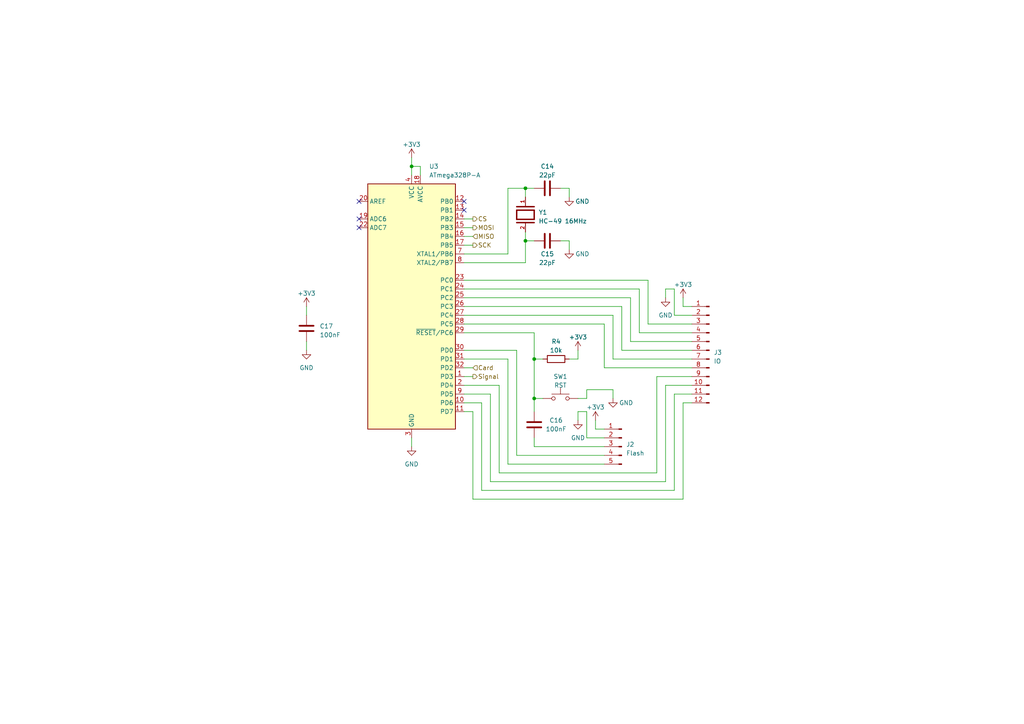
<source format=kicad_sch>
(kicad_sch (version 20230121) (generator eeschema)

  (uuid a492b331-7e87-4832-bedc-e99e1321a1ea)

  (paper "A4")

  (lib_symbols
    (symbol "Connector:Conn_01x05_Pin" (pin_names (offset 1.016) hide) (in_bom yes) (on_board yes)
      (property "Reference" "J" (at 0 7.62 0)
        (effects (font (size 1.27 1.27)))
      )
      (property "Value" "Conn_01x05_Pin" (at 0 -7.62 0)
        (effects (font (size 1.27 1.27)))
      )
      (property "Footprint" "" (at 0 0 0)
        (effects (font (size 1.27 1.27)) hide)
      )
      (property "Datasheet" "~" (at 0 0 0)
        (effects (font (size 1.27 1.27)) hide)
      )
      (property "ki_locked" "" (at 0 0 0)
        (effects (font (size 1.27 1.27)))
      )
      (property "ki_keywords" "connector" (at 0 0 0)
        (effects (font (size 1.27 1.27)) hide)
      )
      (property "ki_description" "Generic connector, single row, 01x05, script generated" (at 0 0 0)
        (effects (font (size 1.27 1.27)) hide)
      )
      (property "ki_fp_filters" "Connector*:*_1x??_*" (at 0 0 0)
        (effects (font (size 1.27 1.27)) hide)
      )
      (symbol "Conn_01x05_Pin_1_1"
        (polyline
          (pts
            (xy 1.27 -5.08)
            (xy 0.8636 -5.08)
          )
          (stroke (width 0.1524) (type default))
          (fill (type none))
        )
        (polyline
          (pts
            (xy 1.27 -2.54)
            (xy 0.8636 -2.54)
          )
          (stroke (width 0.1524) (type default))
          (fill (type none))
        )
        (polyline
          (pts
            (xy 1.27 0)
            (xy 0.8636 0)
          )
          (stroke (width 0.1524) (type default))
          (fill (type none))
        )
        (polyline
          (pts
            (xy 1.27 2.54)
            (xy 0.8636 2.54)
          )
          (stroke (width 0.1524) (type default))
          (fill (type none))
        )
        (polyline
          (pts
            (xy 1.27 5.08)
            (xy 0.8636 5.08)
          )
          (stroke (width 0.1524) (type default))
          (fill (type none))
        )
        (rectangle (start 0.8636 -4.953) (end 0 -5.207)
          (stroke (width 0.1524) (type default))
          (fill (type outline))
        )
        (rectangle (start 0.8636 -2.413) (end 0 -2.667)
          (stroke (width 0.1524) (type default))
          (fill (type outline))
        )
        (rectangle (start 0.8636 0.127) (end 0 -0.127)
          (stroke (width 0.1524) (type default))
          (fill (type outline))
        )
        (rectangle (start 0.8636 2.667) (end 0 2.413)
          (stroke (width 0.1524) (type default))
          (fill (type outline))
        )
        (rectangle (start 0.8636 5.207) (end 0 4.953)
          (stroke (width 0.1524) (type default))
          (fill (type outline))
        )
        (pin passive line (at 5.08 5.08 180) (length 3.81)
          (name "Pin_1" (effects (font (size 1.27 1.27))))
          (number "1" (effects (font (size 1.27 1.27))))
        )
        (pin passive line (at 5.08 2.54 180) (length 3.81)
          (name "Pin_2" (effects (font (size 1.27 1.27))))
          (number "2" (effects (font (size 1.27 1.27))))
        )
        (pin passive line (at 5.08 0 180) (length 3.81)
          (name "Pin_3" (effects (font (size 1.27 1.27))))
          (number "3" (effects (font (size 1.27 1.27))))
        )
        (pin passive line (at 5.08 -2.54 180) (length 3.81)
          (name "Pin_4" (effects (font (size 1.27 1.27))))
          (number "4" (effects (font (size 1.27 1.27))))
        )
        (pin passive line (at 5.08 -5.08 180) (length 3.81)
          (name "Pin_5" (effects (font (size 1.27 1.27))))
          (number "5" (effects (font (size 1.27 1.27))))
        )
      )
    )
    (symbol "Connector:Conn_01x12_Pin" (pin_names (offset 1.016) hide) (in_bom yes) (on_board yes)
      (property "Reference" "J" (at 0 15.24 0)
        (effects (font (size 1.27 1.27)))
      )
      (property "Value" "Conn_01x12_Pin" (at 0 -17.78 0)
        (effects (font (size 1.27 1.27)))
      )
      (property "Footprint" "" (at 0 0 0)
        (effects (font (size 1.27 1.27)) hide)
      )
      (property "Datasheet" "~" (at 0 0 0)
        (effects (font (size 1.27 1.27)) hide)
      )
      (property "ki_locked" "" (at 0 0 0)
        (effects (font (size 1.27 1.27)))
      )
      (property "ki_keywords" "connector" (at 0 0 0)
        (effects (font (size 1.27 1.27)) hide)
      )
      (property "ki_description" "Generic connector, single row, 01x12, script generated" (at 0 0 0)
        (effects (font (size 1.27 1.27)) hide)
      )
      (property "ki_fp_filters" "Connector*:*_1x??_*" (at 0 0 0)
        (effects (font (size 1.27 1.27)) hide)
      )
      (symbol "Conn_01x12_Pin_1_1"
        (polyline
          (pts
            (xy 1.27 -15.24)
            (xy 0.8636 -15.24)
          )
          (stroke (width 0.1524) (type default))
          (fill (type none))
        )
        (polyline
          (pts
            (xy 1.27 -12.7)
            (xy 0.8636 -12.7)
          )
          (stroke (width 0.1524) (type default))
          (fill (type none))
        )
        (polyline
          (pts
            (xy 1.27 -10.16)
            (xy 0.8636 -10.16)
          )
          (stroke (width 0.1524) (type default))
          (fill (type none))
        )
        (polyline
          (pts
            (xy 1.27 -7.62)
            (xy 0.8636 -7.62)
          )
          (stroke (width 0.1524) (type default))
          (fill (type none))
        )
        (polyline
          (pts
            (xy 1.27 -5.08)
            (xy 0.8636 -5.08)
          )
          (stroke (width 0.1524) (type default))
          (fill (type none))
        )
        (polyline
          (pts
            (xy 1.27 -2.54)
            (xy 0.8636 -2.54)
          )
          (stroke (width 0.1524) (type default))
          (fill (type none))
        )
        (polyline
          (pts
            (xy 1.27 0)
            (xy 0.8636 0)
          )
          (stroke (width 0.1524) (type default))
          (fill (type none))
        )
        (polyline
          (pts
            (xy 1.27 2.54)
            (xy 0.8636 2.54)
          )
          (stroke (width 0.1524) (type default))
          (fill (type none))
        )
        (polyline
          (pts
            (xy 1.27 5.08)
            (xy 0.8636 5.08)
          )
          (stroke (width 0.1524) (type default))
          (fill (type none))
        )
        (polyline
          (pts
            (xy 1.27 7.62)
            (xy 0.8636 7.62)
          )
          (stroke (width 0.1524) (type default))
          (fill (type none))
        )
        (polyline
          (pts
            (xy 1.27 10.16)
            (xy 0.8636 10.16)
          )
          (stroke (width 0.1524) (type default))
          (fill (type none))
        )
        (polyline
          (pts
            (xy 1.27 12.7)
            (xy 0.8636 12.7)
          )
          (stroke (width 0.1524) (type default))
          (fill (type none))
        )
        (rectangle (start 0.8636 -15.113) (end 0 -15.367)
          (stroke (width 0.1524) (type default))
          (fill (type outline))
        )
        (rectangle (start 0.8636 -12.573) (end 0 -12.827)
          (stroke (width 0.1524) (type default))
          (fill (type outline))
        )
        (rectangle (start 0.8636 -10.033) (end 0 -10.287)
          (stroke (width 0.1524) (type default))
          (fill (type outline))
        )
        (rectangle (start 0.8636 -7.493) (end 0 -7.747)
          (stroke (width 0.1524) (type default))
          (fill (type outline))
        )
        (rectangle (start 0.8636 -4.953) (end 0 -5.207)
          (stroke (width 0.1524) (type default))
          (fill (type outline))
        )
        (rectangle (start 0.8636 -2.413) (end 0 -2.667)
          (stroke (width 0.1524) (type default))
          (fill (type outline))
        )
        (rectangle (start 0.8636 0.127) (end 0 -0.127)
          (stroke (width 0.1524) (type default))
          (fill (type outline))
        )
        (rectangle (start 0.8636 2.667) (end 0 2.413)
          (stroke (width 0.1524) (type default))
          (fill (type outline))
        )
        (rectangle (start 0.8636 5.207) (end 0 4.953)
          (stroke (width 0.1524) (type default))
          (fill (type outline))
        )
        (rectangle (start 0.8636 7.747) (end 0 7.493)
          (stroke (width 0.1524) (type default))
          (fill (type outline))
        )
        (rectangle (start 0.8636 10.287) (end 0 10.033)
          (stroke (width 0.1524) (type default))
          (fill (type outline))
        )
        (rectangle (start 0.8636 12.827) (end 0 12.573)
          (stroke (width 0.1524) (type default))
          (fill (type outline))
        )
        (pin passive line (at 5.08 12.7 180) (length 3.81)
          (name "Pin_1" (effects (font (size 1.27 1.27))))
          (number "1" (effects (font (size 1.27 1.27))))
        )
        (pin passive line (at 5.08 -10.16 180) (length 3.81)
          (name "Pin_10" (effects (font (size 1.27 1.27))))
          (number "10" (effects (font (size 1.27 1.27))))
        )
        (pin passive line (at 5.08 -12.7 180) (length 3.81)
          (name "Pin_11" (effects (font (size 1.27 1.27))))
          (number "11" (effects (font (size 1.27 1.27))))
        )
        (pin passive line (at 5.08 -15.24 180) (length 3.81)
          (name "Pin_12" (effects (font (size 1.27 1.27))))
          (number "12" (effects (font (size 1.27 1.27))))
        )
        (pin passive line (at 5.08 10.16 180) (length 3.81)
          (name "Pin_2" (effects (font (size 1.27 1.27))))
          (number "2" (effects (font (size 1.27 1.27))))
        )
        (pin passive line (at 5.08 7.62 180) (length 3.81)
          (name "Pin_3" (effects (font (size 1.27 1.27))))
          (number "3" (effects (font (size 1.27 1.27))))
        )
        (pin passive line (at 5.08 5.08 180) (length 3.81)
          (name "Pin_4" (effects (font (size 1.27 1.27))))
          (number "4" (effects (font (size 1.27 1.27))))
        )
        (pin passive line (at 5.08 2.54 180) (length 3.81)
          (name "Pin_5" (effects (font (size 1.27 1.27))))
          (number "5" (effects (font (size 1.27 1.27))))
        )
        (pin passive line (at 5.08 0 180) (length 3.81)
          (name "Pin_6" (effects (font (size 1.27 1.27))))
          (number "6" (effects (font (size 1.27 1.27))))
        )
        (pin passive line (at 5.08 -2.54 180) (length 3.81)
          (name "Pin_7" (effects (font (size 1.27 1.27))))
          (number "7" (effects (font (size 1.27 1.27))))
        )
        (pin passive line (at 5.08 -5.08 180) (length 3.81)
          (name "Pin_8" (effects (font (size 1.27 1.27))))
          (number "8" (effects (font (size 1.27 1.27))))
        )
        (pin passive line (at 5.08 -7.62 180) (length 3.81)
          (name "Pin_9" (effects (font (size 1.27 1.27))))
          (number "9" (effects (font (size 1.27 1.27))))
        )
      )
    )
    (symbol "Device:C" (pin_numbers hide) (pin_names (offset 0.254)) (in_bom yes) (on_board yes)
      (property "Reference" "C" (at 0.635 2.54 0)
        (effects (font (size 1.27 1.27)) (justify left))
      )
      (property "Value" "C" (at 0.635 -2.54 0)
        (effects (font (size 1.27 1.27)) (justify left))
      )
      (property "Footprint" "" (at 0.9652 -3.81 0)
        (effects (font (size 1.27 1.27)) hide)
      )
      (property "Datasheet" "~" (at 0 0 0)
        (effects (font (size 1.27 1.27)) hide)
      )
      (property "ki_keywords" "cap capacitor" (at 0 0 0)
        (effects (font (size 1.27 1.27)) hide)
      )
      (property "ki_description" "Unpolarized capacitor" (at 0 0 0)
        (effects (font (size 1.27 1.27)) hide)
      )
      (property "ki_fp_filters" "C_*" (at 0 0 0)
        (effects (font (size 1.27 1.27)) hide)
      )
      (symbol "C_0_1"
        (polyline
          (pts
            (xy -2.032 -0.762)
            (xy 2.032 -0.762)
          )
          (stroke (width 0.508) (type default))
          (fill (type none))
        )
        (polyline
          (pts
            (xy -2.032 0.762)
            (xy 2.032 0.762)
          )
          (stroke (width 0.508) (type default))
          (fill (type none))
        )
      )
      (symbol "C_1_1"
        (pin passive line (at 0 3.81 270) (length 2.794)
          (name "~" (effects (font (size 1.27 1.27))))
          (number "1" (effects (font (size 1.27 1.27))))
        )
        (pin passive line (at 0 -3.81 90) (length 2.794)
          (name "~" (effects (font (size 1.27 1.27))))
          (number "2" (effects (font (size 1.27 1.27))))
        )
      )
    )
    (symbol "Device:R" (pin_numbers hide) (pin_names (offset 0)) (in_bom yes) (on_board yes)
      (property "Reference" "R" (at 2.032 0 90)
        (effects (font (size 1.27 1.27)))
      )
      (property "Value" "R" (at 0 0 90)
        (effects (font (size 1.27 1.27)))
      )
      (property "Footprint" "" (at -1.778 0 90)
        (effects (font (size 1.27 1.27)) hide)
      )
      (property "Datasheet" "~" (at 0 0 0)
        (effects (font (size 1.27 1.27)) hide)
      )
      (property "ki_keywords" "R res resistor" (at 0 0 0)
        (effects (font (size 1.27 1.27)) hide)
      )
      (property "ki_description" "Resistor" (at 0 0 0)
        (effects (font (size 1.27 1.27)) hide)
      )
      (property "ki_fp_filters" "R_*" (at 0 0 0)
        (effects (font (size 1.27 1.27)) hide)
      )
      (symbol "R_0_1"
        (rectangle (start -1.016 -2.54) (end 1.016 2.54)
          (stroke (width 0.254) (type default))
          (fill (type none))
        )
      )
      (symbol "R_1_1"
        (pin passive line (at 0 3.81 270) (length 1.27)
          (name "~" (effects (font (size 1.27 1.27))))
          (number "1" (effects (font (size 1.27 1.27))))
        )
        (pin passive line (at 0 -3.81 90) (length 1.27)
          (name "~" (effects (font (size 1.27 1.27))))
          (number "2" (effects (font (size 1.27 1.27))))
        )
      )
    )
    (symbol "HC-49_U-S16000000ABJB:HC-49_U-S16000000ABJB" (pin_names (offset 1.016)) (in_bom yes) (on_board yes)
      (property "Reference" "Y" (at -5.0804 5.0804 0)
        (effects (font (size 1.27 1.27)) (justify left bottom))
      )
      (property "Value" "HC-49_U-S16000000ABJB" (at -5.0991 -5.0991 0)
        (effects (font (size 1.27 1.27)) (justify left bottom))
      )
      (property "Footprint" "HC-49_U-S16000000ABJB:XTAL_HC49P488W43L1150T466H350" (at 0 0 0)
        (effects (font (size 1.27 1.27)) (justify bottom) hide)
      )
      (property "Datasheet" "" (at 0 0 0)
        (effects (font (size 1.27 1.27)) hide)
      )
      (property "MF" "Citizen Finedevice" (at 0 0 0)
        (effects (font (size 1.27 1.27)) (justify bottom) hide)
      )
      (property "Description" "\n16 MHz ±30ppm Crystal 18pF 50 Ohms HC-49/US\n" (at 0 0 0)
        (effects (font (size 1.27 1.27)) (justify bottom) hide)
      )
      (property "Package" "HC-49/US Citizen Finetech Miyota" (at 0 0 0)
        (effects (font (size 1.27 1.27)) (justify bottom) hide)
      )
      (property "Price" "None" (at 0 0 0)
        (effects (font (size 1.27 1.27)) (justify bottom) hide)
      )
      (property "Check_prices" "https://www.snapeda.com/parts/HC-49/U-S16000000ABJB/Citizen+Finedevice+Co+Ltd/view-part/?ref=eda" (at 0 0 0)
        (effects (font (size 1.27 1.27)) (justify bottom) hide)
      )
      (property "STANDARD" "IPC-7351B" (at 0 0 0)
        (effects (font (size 1.27 1.27)) (justify bottom) hide)
      )
      (property "PARTREV" "1.0" (at 0 0 0)
        (effects (font (size 1.27 1.27)) (justify bottom) hide)
      )
      (property "SnapEDA_Link" "https://www.snapeda.com/parts/HC-49/U-S16000000ABJB/Citizen+Finedevice+Co+Ltd/view-part/?ref=snap" (at 0 0 0)
        (effects (font (size 1.27 1.27)) (justify bottom) hide)
      )
      (property "MP" "HC-49/U-S16000000ABJB" (at 0 0 0)
        (effects (font (size 1.27 1.27)) (justify bottom) hide)
      )
      (property "Purchase-URL" "https://www.snapeda.com/api/url_track_click_mouser/?unipart_id=511501&manufacturer=Citizen Finedevice&part_name=HC-49/U-S16000000ABJB&search_term=None" (at 0 0 0)
        (effects (font (size 1.27 1.27)) (justify bottom) hide)
      )
      (property "Availability" "In Stock" (at 0 0 0)
        (effects (font (size 1.27 1.27)) (justify bottom) hide)
      )
      (property "MANUFACTURER" "CITIZEN" (at 0 0 0)
        (effects (font (size 1.27 1.27)) (justify bottom) hide)
      )
      (symbol "HC-49_U-S16000000ABJB_0_0"
        (polyline
          (pts
            (xy -2.286 2.54)
            (xy -2.286 -2.54)
          )
          (stroke (width 0.4064) (type default))
          (fill (type none))
        )
        (polyline
          (pts
            (xy -1.27 2.54)
            (xy -1.27 -2.54)
          )
          (stroke (width 0.4064) (type default))
          (fill (type none))
        )
        (polyline
          (pts
            (xy -1.27 2.54)
            (xy 1.397 2.54)
          )
          (stroke (width 0.4064) (type default))
          (fill (type none))
        )
        (polyline
          (pts
            (xy 1.397 -2.54)
            (xy -1.27 -2.54)
          )
          (stroke (width 0.4064) (type default))
          (fill (type none))
        )
        (polyline
          (pts
            (xy 1.397 2.54)
            (xy 1.397 -2.54)
          )
          (stroke (width 0.4064) (type default))
          (fill (type none))
        )
        (polyline
          (pts
            (xy 2.3368 2.54)
            (xy 2.3368 -2.54)
          )
          (stroke (width 0.4064) (type default))
          (fill (type none))
        )
        (pin passive line (at -5.08 0 0) (length 2.54)
          (name "~" (effects (font (size 1.016 1.016))))
          (number "1" (effects (font (size 1.016 1.016))))
        )
        (pin passive line (at 5.08 0 180) (length 2.54)
          (name "~" (effects (font (size 1.016 1.016))))
          (number "2" (effects (font (size 1.016 1.016))))
        )
      )
    )
    (symbol "MCU_Microchip_ATmega:ATmega328P-A" (in_bom yes) (on_board yes)
      (property "Reference" "U" (at -12.7 36.83 0)
        (effects (font (size 1.27 1.27)) (justify left bottom))
      )
      (property "Value" "ATmega328P-A" (at 2.54 -36.83 0)
        (effects (font (size 1.27 1.27)) (justify left top))
      )
      (property "Footprint" "Package_QFP:TQFP-32_7x7mm_P0.8mm" (at 0 0 0)
        (effects (font (size 1.27 1.27) italic) hide)
      )
      (property "Datasheet" "http://ww1.microchip.com/downloads/en/DeviceDoc/ATmega328_P%20AVR%20MCU%20with%20picoPower%20Technology%20Data%20Sheet%2040001984A.pdf" (at 0 0 0)
        (effects (font (size 1.27 1.27)) hide)
      )
      (property "ki_keywords" "AVR 8bit Microcontroller MegaAVR PicoPower" (at 0 0 0)
        (effects (font (size 1.27 1.27)) hide)
      )
      (property "ki_description" "20MHz, 32kB Flash, 2kB SRAM, 1kB EEPROM, TQFP-32" (at 0 0 0)
        (effects (font (size 1.27 1.27)) hide)
      )
      (property "ki_fp_filters" "TQFP*7x7mm*P0.8mm*" (at 0 0 0)
        (effects (font (size 1.27 1.27)) hide)
      )
      (symbol "ATmega328P-A_0_1"
        (rectangle (start -12.7 -35.56) (end 12.7 35.56)
          (stroke (width 0.254) (type default))
          (fill (type background))
        )
      )
      (symbol "ATmega328P-A_1_1"
        (pin bidirectional line (at 15.24 -20.32 180) (length 2.54)
          (name "PD3" (effects (font (size 1.27 1.27))))
          (number "1" (effects (font (size 1.27 1.27))))
        )
        (pin bidirectional line (at 15.24 -27.94 180) (length 2.54)
          (name "PD6" (effects (font (size 1.27 1.27))))
          (number "10" (effects (font (size 1.27 1.27))))
        )
        (pin bidirectional line (at 15.24 -30.48 180) (length 2.54)
          (name "PD7" (effects (font (size 1.27 1.27))))
          (number "11" (effects (font (size 1.27 1.27))))
        )
        (pin bidirectional line (at 15.24 30.48 180) (length 2.54)
          (name "PB0" (effects (font (size 1.27 1.27))))
          (number "12" (effects (font (size 1.27 1.27))))
        )
        (pin bidirectional line (at 15.24 27.94 180) (length 2.54)
          (name "PB1" (effects (font (size 1.27 1.27))))
          (number "13" (effects (font (size 1.27 1.27))))
        )
        (pin bidirectional line (at 15.24 25.4 180) (length 2.54)
          (name "PB2" (effects (font (size 1.27 1.27))))
          (number "14" (effects (font (size 1.27 1.27))))
        )
        (pin bidirectional line (at 15.24 22.86 180) (length 2.54)
          (name "PB3" (effects (font (size 1.27 1.27))))
          (number "15" (effects (font (size 1.27 1.27))))
        )
        (pin bidirectional line (at 15.24 20.32 180) (length 2.54)
          (name "PB4" (effects (font (size 1.27 1.27))))
          (number "16" (effects (font (size 1.27 1.27))))
        )
        (pin bidirectional line (at 15.24 17.78 180) (length 2.54)
          (name "PB5" (effects (font (size 1.27 1.27))))
          (number "17" (effects (font (size 1.27 1.27))))
        )
        (pin power_in line (at 2.54 38.1 270) (length 2.54)
          (name "AVCC" (effects (font (size 1.27 1.27))))
          (number "18" (effects (font (size 1.27 1.27))))
        )
        (pin input line (at -15.24 25.4 0) (length 2.54)
          (name "ADC6" (effects (font (size 1.27 1.27))))
          (number "19" (effects (font (size 1.27 1.27))))
        )
        (pin bidirectional line (at 15.24 -22.86 180) (length 2.54)
          (name "PD4" (effects (font (size 1.27 1.27))))
          (number "2" (effects (font (size 1.27 1.27))))
        )
        (pin passive line (at -15.24 30.48 0) (length 2.54)
          (name "AREF" (effects (font (size 1.27 1.27))))
          (number "20" (effects (font (size 1.27 1.27))))
        )
        (pin passive line (at 0 -38.1 90) (length 2.54) hide
          (name "GND" (effects (font (size 1.27 1.27))))
          (number "21" (effects (font (size 1.27 1.27))))
        )
        (pin input line (at -15.24 22.86 0) (length 2.54)
          (name "ADC7" (effects (font (size 1.27 1.27))))
          (number "22" (effects (font (size 1.27 1.27))))
        )
        (pin bidirectional line (at 15.24 7.62 180) (length 2.54)
          (name "PC0" (effects (font (size 1.27 1.27))))
          (number "23" (effects (font (size 1.27 1.27))))
        )
        (pin bidirectional line (at 15.24 5.08 180) (length 2.54)
          (name "PC1" (effects (font (size 1.27 1.27))))
          (number "24" (effects (font (size 1.27 1.27))))
        )
        (pin bidirectional line (at 15.24 2.54 180) (length 2.54)
          (name "PC2" (effects (font (size 1.27 1.27))))
          (number "25" (effects (font (size 1.27 1.27))))
        )
        (pin bidirectional line (at 15.24 0 180) (length 2.54)
          (name "PC3" (effects (font (size 1.27 1.27))))
          (number "26" (effects (font (size 1.27 1.27))))
        )
        (pin bidirectional line (at 15.24 -2.54 180) (length 2.54)
          (name "PC4" (effects (font (size 1.27 1.27))))
          (number "27" (effects (font (size 1.27 1.27))))
        )
        (pin bidirectional line (at 15.24 -5.08 180) (length 2.54)
          (name "PC5" (effects (font (size 1.27 1.27))))
          (number "28" (effects (font (size 1.27 1.27))))
        )
        (pin bidirectional line (at 15.24 -7.62 180) (length 2.54)
          (name "~{RESET}/PC6" (effects (font (size 1.27 1.27))))
          (number "29" (effects (font (size 1.27 1.27))))
        )
        (pin power_in line (at 0 -38.1 90) (length 2.54)
          (name "GND" (effects (font (size 1.27 1.27))))
          (number "3" (effects (font (size 1.27 1.27))))
        )
        (pin bidirectional line (at 15.24 -12.7 180) (length 2.54)
          (name "PD0" (effects (font (size 1.27 1.27))))
          (number "30" (effects (font (size 1.27 1.27))))
        )
        (pin bidirectional line (at 15.24 -15.24 180) (length 2.54)
          (name "PD1" (effects (font (size 1.27 1.27))))
          (number "31" (effects (font (size 1.27 1.27))))
        )
        (pin bidirectional line (at 15.24 -17.78 180) (length 2.54)
          (name "PD2" (effects (font (size 1.27 1.27))))
          (number "32" (effects (font (size 1.27 1.27))))
        )
        (pin power_in line (at 0 38.1 270) (length 2.54)
          (name "VCC" (effects (font (size 1.27 1.27))))
          (number "4" (effects (font (size 1.27 1.27))))
        )
        (pin passive line (at 0 -38.1 90) (length 2.54) hide
          (name "GND" (effects (font (size 1.27 1.27))))
          (number "5" (effects (font (size 1.27 1.27))))
        )
        (pin passive line (at 0 38.1 270) (length 2.54) hide
          (name "VCC" (effects (font (size 1.27 1.27))))
          (number "6" (effects (font (size 1.27 1.27))))
        )
        (pin bidirectional line (at 15.24 15.24 180) (length 2.54)
          (name "XTAL1/PB6" (effects (font (size 1.27 1.27))))
          (number "7" (effects (font (size 1.27 1.27))))
        )
        (pin bidirectional line (at 15.24 12.7 180) (length 2.54)
          (name "XTAL2/PB7" (effects (font (size 1.27 1.27))))
          (number "8" (effects (font (size 1.27 1.27))))
        )
        (pin bidirectional line (at 15.24 -25.4 180) (length 2.54)
          (name "PD5" (effects (font (size 1.27 1.27))))
          (number "9" (effects (font (size 1.27 1.27))))
        )
      )
    )
    (symbol "Switch:SW_Push" (pin_numbers hide) (pin_names (offset 1.016) hide) (in_bom yes) (on_board yes)
      (property "Reference" "SW" (at 1.27 2.54 0)
        (effects (font (size 1.27 1.27)) (justify left))
      )
      (property "Value" "SW_Push" (at 0 -1.524 0)
        (effects (font (size 1.27 1.27)))
      )
      (property "Footprint" "" (at 0 5.08 0)
        (effects (font (size 1.27 1.27)) hide)
      )
      (property "Datasheet" "~" (at 0 5.08 0)
        (effects (font (size 1.27 1.27)) hide)
      )
      (property "ki_keywords" "switch normally-open pushbutton push-button" (at 0 0 0)
        (effects (font (size 1.27 1.27)) hide)
      )
      (property "ki_description" "Push button switch, generic, two pins" (at 0 0 0)
        (effects (font (size 1.27 1.27)) hide)
      )
      (symbol "SW_Push_0_1"
        (circle (center -2.032 0) (radius 0.508)
          (stroke (width 0) (type default))
          (fill (type none))
        )
        (polyline
          (pts
            (xy 0 1.27)
            (xy 0 3.048)
          )
          (stroke (width 0) (type default))
          (fill (type none))
        )
        (polyline
          (pts
            (xy 2.54 1.27)
            (xy -2.54 1.27)
          )
          (stroke (width 0) (type default))
          (fill (type none))
        )
        (circle (center 2.032 0) (radius 0.508)
          (stroke (width 0) (type default))
          (fill (type none))
        )
        (pin passive line (at -5.08 0 0) (length 2.54)
          (name "1" (effects (font (size 1.27 1.27))))
          (number "1" (effects (font (size 1.27 1.27))))
        )
        (pin passive line (at 5.08 0 180) (length 2.54)
          (name "2" (effects (font (size 1.27 1.27))))
          (number "2" (effects (font (size 1.27 1.27))))
        )
      )
    )
    (symbol "power:+3V3" (power) (pin_names (offset 0)) (in_bom yes) (on_board yes)
      (property "Reference" "#PWR" (at 0 -3.81 0)
        (effects (font (size 1.27 1.27)) hide)
      )
      (property "Value" "+3V3" (at 0 3.556 0)
        (effects (font (size 1.27 1.27)))
      )
      (property "Footprint" "" (at 0 0 0)
        (effects (font (size 1.27 1.27)) hide)
      )
      (property "Datasheet" "" (at 0 0 0)
        (effects (font (size 1.27 1.27)) hide)
      )
      (property "ki_keywords" "global power" (at 0 0 0)
        (effects (font (size 1.27 1.27)) hide)
      )
      (property "ki_description" "Power symbol creates a global label with name \"+3V3\"" (at 0 0 0)
        (effects (font (size 1.27 1.27)) hide)
      )
      (symbol "+3V3_0_1"
        (polyline
          (pts
            (xy -0.762 1.27)
            (xy 0 2.54)
          )
          (stroke (width 0) (type default))
          (fill (type none))
        )
        (polyline
          (pts
            (xy 0 0)
            (xy 0 2.54)
          )
          (stroke (width 0) (type default))
          (fill (type none))
        )
        (polyline
          (pts
            (xy 0 2.54)
            (xy 0.762 1.27)
          )
          (stroke (width 0) (type default))
          (fill (type none))
        )
      )
      (symbol "+3V3_1_1"
        (pin power_in line (at 0 0 90) (length 0) hide
          (name "+3V3" (effects (font (size 1.27 1.27))))
          (number "1" (effects (font (size 1.27 1.27))))
        )
      )
    )
    (symbol "power:GND" (power) (pin_names (offset 0)) (in_bom yes) (on_board yes)
      (property "Reference" "#PWR" (at 0 -6.35 0)
        (effects (font (size 1.27 1.27)) hide)
      )
      (property "Value" "GND" (at 0 -3.81 0)
        (effects (font (size 1.27 1.27)))
      )
      (property "Footprint" "" (at 0 0 0)
        (effects (font (size 1.27 1.27)) hide)
      )
      (property "Datasheet" "" (at 0 0 0)
        (effects (font (size 1.27 1.27)) hide)
      )
      (property "ki_keywords" "global power" (at 0 0 0)
        (effects (font (size 1.27 1.27)) hide)
      )
      (property "ki_description" "Power symbol creates a global label with name \"GND\" , ground" (at 0 0 0)
        (effects (font (size 1.27 1.27)) hide)
      )
      (symbol "GND_0_1"
        (polyline
          (pts
            (xy 0 0)
            (xy 0 -1.27)
            (xy 1.27 -1.27)
            (xy 0 -2.54)
            (xy -1.27 -1.27)
            (xy 0 -1.27)
          )
          (stroke (width 0) (type default))
          (fill (type none))
        )
      )
      (symbol "GND_1_1"
        (pin power_in line (at 0 0 270) (length 0) hide
          (name "GND" (effects (font (size 1.27 1.27))))
          (number "1" (effects (font (size 1.27 1.27))))
        )
      )
    )
  )

  (junction (at 154.94 115.57) (diameter 0) (color 0 0 0 0)
    (uuid 1432edda-13b0-4c62-8400-28c612268895)
  )
  (junction (at 152.4 54.61) (diameter 0) (color 0 0 0 0)
    (uuid 21b699b2-5366-4d1a-91af-1ae7867f5887)
  )
  (junction (at 154.94 104.14) (diameter 0) (color 0 0 0 0)
    (uuid 59e510dc-65f9-41dd-a5d1-e63f00dc8f90)
  )
  (junction (at 152.4 69.85) (diameter 0) (color 0 0 0 0)
    (uuid 6f74f63c-fec1-40a7-bd6e-62fe10d1ad18)
  )
  (junction (at 119.38 48.26) (diameter 0) (color 0 0 0 0)
    (uuid f8e1063b-445d-4eac-87c3-e211c383a51a)
  )

  (no_connect (at 104.14 66.04) (uuid 08a1a95b-ba62-46f9-82bf-44817f8d5f4e))
  (no_connect (at 104.14 58.42) (uuid 2894b487-11fb-419f-babd-789adad7398b))
  (no_connect (at 104.14 63.5) (uuid 645b430f-a793-43d4-a72d-98e213cfe4f1))
  (no_connect (at 134.62 58.42) (uuid d707bdee-0621-4cf1-a67b-df80b978002b))
  (no_connect (at 134.62 60.96) (uuid e7731bc3-2e67-47af-9ae0-9f974931c7b7))

  (wire (pts (xy 177.8 91.44) (xy 177.8 104.14))
    (stroke (width 0) (type default))
    (uuid 00fc33f5-0272-481e-8bad-5af2a5acdfee)
  )
  (wire (pts (xy 142.24 114.3) (xy 142.24 139.7))
    (stroke (width 0) (type default))
    (uuid 04dca30a-177a-415c-ae24-a32018e0bb2b)
  )
  (wire (pts (xy 162.56 69.85) (xy 165.1 69.85))
    (stroke (width 0) (type default))
    (uuid 076ac8de-ff7e-4740-98bc-627a2d5e0fbf)
  )
  (wire (pts (xy 198.12 116.84) (xy 200.66 116.84))
    (stroke (width 0) (type default))
    (uuid 0a965d6e-17ca-41fe-a377-d9690c863389)
  )
  (wire (pts (xy 134.62 66.04) (xy 137.16 66.04))
    (stroke (width 0) (type default))
    (uuid 13255cf4-305b-4237-8b80-0bc66cbeac6a)
  )
  (wire (pts (xy 134.62 119.38) (xy 137.16 119.38))
    (stroke (width 0) (type default))
    (uuid 141f06df-f0ae-417c-8626-cc716fecb94f)
  )
  (wire (pts (xy 119.38 45.72) (xy 119.38 48.26))
    (stroke (width 0) (type default))
    (uuid 160782ee-a659-48fb-9fae-d6914dd6afd0)
  )
  (wire (pts (xy 167.64 121.92) (xy 167.64 119.38))
    (stroke (width 0) (type default))
    (uuid 1b509822-a7b6-4468-9f7f-3ead22f80f21)
  )
  (wire (pts (xy 175.26 93.98) (xy 134.62 93.98))
    (stroke (width 0) (type default))
    (uuid 1d6b47d9-a4f5-4316-a888-69d18aa04fb7)
  )
  (wire (pts (xy 193.04 111.76) (xy 200.66 111.76))
    (stroke (width 0) (type default))
    (uuid 22064602-e999-4940-9d36-8a301dd467be)
  )
  (wire (pts (xy 134.62 101.6) (xy 149.86 101.6))
    (stroke (width 0) (type default))
    (uuid 29adab5a-04df-498e-8c55-fe60372c1985)
  )
  (wire (pts (xy 170.18 113.03) (xy 170.18 115.57))
    (stroke (width 0) (type default))
    (uuid 2dae65f7-e98d-406a-9c4c-760a3801cd4f)
  )
  (wire (pts (xy 134.62 73.66) (xy 147.32 73.66))
    (stroke (width 0) (type default))
    (uuid 34ffd651-b7bb-4199-af6c-6070c8e0caef)
  )
  (wire (pts (xy 170.18 113.03) (xy 177.8 113.03))
    (stroke (width 0) (type default))
    (uuid 353f7685-c4a0-4936-9f88-982214424d52)
  )
  (wire (pts (xy 119.38 48.26) (xy 119.38 50.8))
    (stroke (width 0) (type default))
    (uuid 36b25bed-7045-4615-b4fd-6d193aa466c1)
  )
  (wire (pts (xy 121.92 50.8) (xy 121.92 48.26))
    (stroke (width 0) (type default))
    (uuid 36f011ab-a894-45e1-8c52-e31d76c454fb)
  )
  (wire (pts (xy 193.04 83.82) (xy 193.04 86.36))
    (stroke (width 0) (type default))
    (uuid 373d01f1-2699-49cf-a8d5-0c6be94fe893)
  )
  (wire (pts (xy 154.94 119.38) (xy 154.94 115.57))
    (stroke (width 0) (type default))
    (uuid 39145044-0529-4ba9-8360-cb7bead173ee)
  )
  (wire (pts (xy 144.78 137.16) (xy 190.5 137.16))
    (stroke (width 0) (type default))
    (uuid 3995911f-f2bf-4e28-a9da-1cb7347129e9)
  )
  (wire (pts (xy 198.12 86.36) (xy 198.12 88.9))
    (stroke (width 0) (type default))
    (uuid 3ea34571-b86c-490c-863b-680c1cce5b94)
  )
  (wire (pts (xy 180.34 88.9) (xy 134.62 88.9))
    (stroke (width 0) (type default))
    (uuid 4388c1e3-9d32-443c-9e33-a17fc667ac76)
  )
  (wire (pts (xy 182.88 86.36) (xy 182.88 99.06))
    (stroke (width 0) (type default))
    (uuid 4676529a-cdea-4cce-b2ae-7fae83260daf)
  )
  (wire (pts (xy 134.62 76.2) (xy 152.4 76.2))
    (stroke (width 0) (type default))
    (uuid 47c846ff-6387-4359-aaa2-5fd6ac6ee262)
  )
  (wire (pts (xy 185.42 96.52) (xy 185.42 83.82))
    (stroke (width 0) (type default))
    (uuid 48025911-e16f-4f73-9336-de3b14eb617e)
  )
  (wire (pts (xy 134.62 91.44) (xy 177.8 91.44))
    (stroke (width 0) (type default))
    (uuid 488462d1-8bd4-45d2-967d-c7781a9bd002)
  )
  (wire (pts (xy 152.4 69.85) (xy 152.4 76.2))
    (stroke (width 0) (type default))
    (uuid 4a77f610-3a9a-4e21-a8a1-0aad0660d856)
  )
  (wire (pts (xy 134.62 109.22) (xy 137.16 109.22))
    (stroke (width 0) (type default))
    (uuid 4e93ebc9-77f9-40e1-8bcb-4eff7b5dda01)
  )
  (wire (pts (xy 152.4 54.61) (xy 154.94 54.61))
    (stroke (width 0) (type default))
    (uuid 4ebb25a8-f335-49f3-843c-bd38840b6308)
  )
  (wire (pts (xy 137.16 144.78) (xy 198.12 144.78))
    (stroke (width 0) (type default))
    (uuid 50c4fc8a-d348-4749-b91b-7832a5371ece)
  )
  (wire (pts (xy 154.94 104.14) (xy 154.94 115.57))
    (stroke (width 0) (type default))
    (uuid 54d3712f-7699-4b12-8302-85f82c362ad7)
  )
  (wire (pts (xy 170.18 115.57) (xy 167.64 115.57))
    (stroke (width 0) (type default))
    (uuid 5af887f8-b2d1-4f53-81e0-07732daf0ea8)
  )
  (wire (pts (xy 187.96 93.98) (xy 200.66 93.98))
    (stroke (width 0) (type default))
    (uuid 5d59c5a6-5707-4ad4-b0d1-1100af2d7010)
  )
  (wire (pts (xy 154.94 104.14) (xy 157.48 104.14))
    (stroke (width 0) (type default))
    (uuid 5db608a0-cf48-43db-bc74-35d5b8131a2e)
  )
  (wire (pts (xy 154.94 104.14) (xy 154.94 96.52))
    (stroke (width 0) (type default))
    (uuid 5fc8a2ad-0efa-4b24-8442-9baf8f6c6676)
  )
  (wire (pts (xy 134.62 96.52) (xy 154.94 96.52))
    (stroke (width 0) (type default))
    (uuid 5fd310f0-d517-43c7-b652-504f8d7f7d3f)
  )
  (wire (pts (xy 152.4 54.61) (xy 152.4 57.15))
    (stroke (width 0) (type default))
    (uuid 6774d894-872c-4a0b-a4e3-2f28165d022d)
  )
  (wire (pts (xy 165.1 69.85) (xy 165.1 72.39))
    (stroke (width 0) (type default))
    (uuid 6852d99f-e65d-4fc5-bd80-63cfe00d3b32)
  )
  (wire (pts (xy 139.7 142.24) (xy 195.58 142.24))
    (stroke (width 0) (type default))
    (uuid 6a2d475a-21a6-4568-93c4-d188e2088b56)
  )
  (wire (pts (xy 187.96 81.28) (xy 187.96 93.98))
    (stroke (width 0) (type default))
    (uuid 6a692b21-863d-4918-9d83-97deae0e5907)
  )
  (wire (pts (xy 195.58 114.3) (xy 200.66 114.3))
    (stroke (width 0) (type default))
    (uuid 6aabfa03-171e-47db-9379-7e624b9402e5)
  )
  (wire (pts (xy 139.7 116.84) (xy 139.7 142.24))
    (stroke (width 0) (type default))
    (uuid 6db701c9-d677-4374-ab9a-78a69fe3db03)
  )
  (wire (pts (xy 147.32 134.62) (xy 175.26 134.62))
    (stroke (width 0) (type default))
    (uuid 6ef0dfa5-31b6-4a72-b788-6d60189f078c)
  )
  (wire (pts (xy 134.62 114.3) (xy 142.24 114.3))
    (stroke (width 0) (type default))
    (uuid 7181ab87-dac0-4569-9e1b-c3905fb610e1)
  )
  (wire (pts (xy 149.86 101.6) (xy 149.86 132.08))
    (stroke (width 0) (type default))
    (uuid 72760852-0512-4ac0-9977-128a92e1d3eb)
  )
  (wire (pts (xy 167.64 119.38) (xy 170.18 119.38))
    (stroke (width 0) (type default))
    (uuid 7648101f-c413-459c-bca1-076a9228f408)
  )
  (wire (pts (xy 190.5 137.16) (xy 190.5 109.22))
    (stroke (width 0) (type default))
    (uuid 76da03dc-3b75-44da-8f55-54abcb919573)
  )
  (wire (pts (xy 165.1 57.15) (xy 165.1 54.61))
    (stroke (width 0) (type default))
    (uuid 79537f30-8ac7-4ae2-aaaf-1cb4f9420242)
  )
  (wire (pts (xy 142.24 139.7) (xy 193.04 139.7))
    (stroke (width 0) (type default))
    (uuid 7de52fcd-0c7f-42d1-b6a6-d8a6c22b446f)
  )
  (wire (pts (xy 175.26 106.68) (xy 175.26 93.98))
    (stroke (width 0) (type default))
    (uuid 7e0cc8b8-7b93-44c2-bdc9-96e5b3922f0f)
  )
  (wire (pts (xy 190.5 109.22) (xy 200.66 109.22))
    (stroke (width 0) (type default))
    (uuid 7ec127ad-8cec-4b3e-abd4-f2d39645568e)
  )
  (wire (pts (xy 144.78 111.76) (xy 144.78 137.16))
    (stroke (width 0) (type default))
    (uuid 825bff15-ab8a-4808-9ecb-2f8bd6e5ebd6)
  )
  (wire (pts (xy 154.94 127) (xy 154.94 129.54))
    (stroke (width 0) (type default))
    (uuid 834f514e-6c02-4ad2-a1ef-650e46b01bc6)
  )
  (wire (pts (xy 134.62 116.84) (xy 139.7 116.84))
    (stroke (width 0) (type default))
    (uuid 850aeba1-a018-448c-8428-5ef535389e1a)
  )
  (wire (pts (xy 195.58 142.24) (xy 195.58 114.3))
    (stroke (width 0) (type default))
    (uuid 91ec1006-9963-473e-8298-234c5ccd4829)
  )
  (wire (pts (xy 200.66 96.52) (xy 185.42 96.52))
    (stroke (width 0) (type default))
    (uuid 9331a050-b3f6-4388-addd-eba5fde41530)
  )
  (wire (pts (xy 185.42 83.82) (xy 134.62 83.82))
    (stroke (width 0) (type default))
    (uuid 95266985-bc8b-4ed0-9413-11ceabec0c69)
  )
  (wire (pts (xy 170.18 127) (xy 175.26 127))
    (stroke (width 0) (type default))
    (uuid 959e8b26-f6ed-49d3-850a-672e27415aa4)
  )
  (wire (pts (xy 147.32 73.66) (xy 147.32 54.61))
    (stroke (width 0) (type default))
    (uuid 9827c22f-6fa3-43d6-91c7-6ccabc020a0c)
  )
  (wire (pts (xy 175.26 124.46) (xy 172.72 124.46))
    (stroke (width 0) (type default))
    (uuid 9c94f5c7-d12c-4a45-a7d3-bbcccbe162c4)
  )
  (wire (pts (xy 167.64 101.6) (xy 167.64 104.14))
    (stroke (width 0) (type default))
    (uuid 9fff79c6-f033-407a-9ee3-dd3b9bd09e1c)
  )
  (wire (pts (xy 152.4 69.85) (xy 154.94 69.85))
    (stroke (width 0) (type default))
    (uuid a28cf634-b786-46bf-94bb-cbdbfe55390b)
  )
  (wire (pts (xy 134.62 86.36) (xy 182.88 86.36))
    (stroke (width 0) (type default))
    (uuid a3d8673b-e892-4017-8265-015167fd7c25)
  )
  (wire (pts (xy 154.94 129.54) (xy 175.26 129.54))
    (stroke (width 0) (type default))
    (uuid a666f372-84ec-4ec9-b1df-77f361a0f8f7)
  )
  (wire (pts (xy 88.9 88.9) (xy 88.9 91.44))
    (stroke (width 0) (type default))
    (uuid a80a608f-4f20-4cb7-9a9b-fb84a081bb8b)
  )
  (wire (pts (xy 200.66 101.6) (xy 180.34 101.6))
    (stroke (width 0) (type default))
    (uuid a8285235-c9b9-4e59-b09d-3ae73ce5bc29)
  )
  (wire (pts (xy 147.32 104.14) (xy 147.32 134.62))
    (stroke (width 0) (type default))
    (uuid a8a5e741-a473-4cff-bd32-f89b600087da)
  )
  (wire (pts (xy 134.62 81.28) (xy 187.96 81.28))
    (stroke (width 0) (type default))
    (uuid af68fa7b-67d5-47fd-85f6-db5e54a4ea91)
  )
  (wire (pts (xy 134.62 71.12) (xy 137.16 71.12))
    (stroke (width 0) (type default))
    (uuid b157d8c7-1b76-477d-8abb-77f7ff2ff33b)
  )
  (wire (pts (xy 198.12 144.78) (xy 198.12 116.84))
    (stroke (width 0) (type default))
    (uuid b31d157a-2406-4837-b210-4cc58edf0247)
  )
  (wire (pts (xy 152.4 67.31) (xy 152.4 69.85))
    (stroke (width 0) (type default))
    (uuid b769a5a2-8f37-4787-8275-130063547eae)
  )
  (wire (pts (xy 167.64 104.14) (xy 165.1 104.14))
    (stroke (width 0) (type default))
    (uuid bd42d3ee-fad5-40f5-b4fd-5b4eca59ff93)
  )
  (wire (pts (xy 149.86 132.08) (xy 175.26 132.08))
    (stroke (width 0) (type default))
    (uuid c271dfed-086c-4a7e-b14e-c19c1fc7292d)
  )
  (wire (pts (xy 134.62 104.14) (xy 147.32 104.14))
    (stroke (width 0) (type default))
    (uuid c3782696-014e-46c5-9478-ce88c20e0181)
  )
  (wire (pts (xy 177.8 104.14) (xy 200.66 104.14))
    (stroke (width 0) (type default))
    (uuid c6666f4e-2a93-4e4a-98e5-a8f28697f59d)
  )
  (wire (pts (xy 137.16 119.38) (xy 137.16 144.78))
    (stroke (width 0) (type default))
    (uuid c71a929f-869a-43e3-a4ff-a438ebdd5aa2)
  )
  (wire (pts (xy 165.1 54.61) (xy 162.56 54.61))
    (stroke (width 0) (type default))
    (uuid cafadb9b-6955-4761-95a9-2d610868c63f)
  )
  (wire (pts (xy 134.62 63.5) (xy 137.16 63.5))
    (stroke (width 0) (type default))
    (uuid d26ac3d6-c697-4b1c-a95a-5e3de0e23816)
  )
  (wire (pts (xy 195.58 83.82) (xy 193.04 83.82))
    (stroke (width 0) (type default))
    (uuid d52ba0c0-6087-40be-9f1d-316b57d5a7e3)
  )
  (wire (pts (xy 182.88 99.06) (xy 200.66 99.06))
    (stroke (width 0) (type default))
    (uuid d71a0788-a86a-4ba5-9e3e-503a15c45427)
  )
  (wire (pts (xy 195.58 91.44) (xy 195.58 83.82))
    (stroke (width 0) (type default))
    (uuid da694cfc-276c-41da-aa03-b1644ee524dc)
  )
  (wire (pts (xy 172.72 124.46) (xy 172.72 121.92))
    (stroke (width 0) (type default))
    (uuid dac0f881-78e0-4f31-a5ac-73698cb9b32e)
  )
  (wire (pts (xy 134.62 106.68) (xy 137.16 106.68))
    (stroke (width 0) (type default))
    (uuid dfae4b7e-4184-43f1-a57a-aa2930564dad)
  )
  (wire (pts (xy 154.94 115.57) (xy 157.48 115.57))
    (stroke (width 0) (type default))
    (uuid e618992d-beb5-46c4-b982-ea510d1f312d)
  )
  (wire (pts (xy 180.34 101.6) (xy 180.34 88.9))
    (stroke (width 0) (type default))
    (uuid e69be219-4982-4fb0-b1d3-4bf97ea1088d)
  )
  (wire (pts (xy 121.92 48.26) (xy 119.38 48.26))
    (stroke (width 0) (type default))
    (uuid e73fbe68-1a0d-4275-ac16-646f22e3439a)
  )
  (wire (pts (xy 193.04 139.7) (xy 193.04 111.76))
    (stroke (width 0) (type default))
    (uuid e9382556-af22-40ca-9c4f-da217a9a6667)
  )
  (wire (pts (xy 177.8 115.57) (xy 177.8 113.03))
    (stroke (width 0) (type default))
    (uuid e9704ce5-9778-4503-9b03-ba1680b8fef2)
  )
  (wire (pts (xy 119.38 127) (xy 119.38 129.54))
    (stroke (width 0) (type default))
    (uuid ec22fcc0-c1f8-45e9-8296-6e2182852ed4)
  )
  (wire (pts (xy 200.66 106.68) (xy 175.26 106.68))
    (stroke (width 0) (type default))
    (uuid ec4ddebd-50b3-4111-8d66-8275981cf148)
  )
  (wire (pts (xy 147.32 54.61) (xy 152.4 54.61))
    (stroke (width 0) (type default))
    (uuid edea7c88-dc30-4cbb-94e7-d44ab85261c8)
  )
  (wire (pts (xy 200.66 91.44) (xy 195.58 91.44))
    (stroke (width 0) (type default))
    (uuid eed97f5f-b664-487d-8e23-9b16e35f51cd)
  )
  (wire (pts (xy 88.9 99.06) (xy 88.9 101.6))
    (stroke (width 0) (type default))
    (uuid f240ba06-613b-447b-8dbe-78469c92fe3d)
  )
  (wire (pts (xy 170.18 119.38) (xy 170.18 127))
    (stroke (width 0) (type default))
    (uuid f48e7d2f-0072-4104-931e-e8b794488ee1)
  )
  (wire (pts (xy 134.62 111.76) (xy 144.78 111.76))
    (stroke (width 0) (type default))
    (uuid f99cd601-ba16-4d15-9e70-c03ce86a35ba)
  )
  (wire (pts (xy 134.62 68.58) (xy 137.16 68.58))
    (stroke (width 0) (type default))
    (uuid fb1664b7-8c58-403a-b1e8-90270fd6c2e0)
  )
  (wire (pts (xy 198.12 88.9) (xy 200.66 88.9))
    (stroke (width 0) (type default))
    (uuid fca22695-2eff-4b03-aed5-4132a2cc0151)
  )

  (hierarchical_label "Card" (shape input) (at 137.16 106.68 0) (fields_autoplaced)
    (effects (font (size 1.27 1.27)) (justify left))
    (uuid 1dd46f05-890c-4ac0-aef2-7d8309d29cc9)
  )
  (hierarchical_label "MISO" (shape input) (at 137.16 68.58 0) (fields_autoplaced)
    (effects (font (size 1.27 1.27)) (justify left))
    (uuid 652f8440-5443-4b8b-a29f-13ed81cd7d76)
  )
  (hierarchical_label "Signal" (shape output) (at 137.16 109.22 0) (fields_autoplaced)
    (effects (font (size 1.27 1.27)) (justify left))
    (uuid 9f8a8414-c0c5-40a6-986f-f91edcad9e39)
  )
  (hierarchical_label "CS" (shape output) (at 137.16 63.5 0) (fields_autoplaced)
    (effects (font (size 1.27 1.27)) (justify left))
    (uuid bc9979b2-b7e2-48f1-9fda-2ff966c4428a)
  )
  (hierarchical_label "MOSI" (shape output) (at 137.16 66.04 0) (fields_autoplaced)
    (effects (font (size 1.27 1.27)) (justify left))
    (uuid d261dd60-296f-4713-8ab5-199fbc62cc94)
  )
  (hierarchical_label "SCK" (shape output) (at 137.16 71.12 0) (fields_autoplaced)
    (effects (font (size 1.27 1.27)) (justify left))
    (uuid fc243648-177e-4203-a274-787f3f29b36e)
  )

  (symbol (lib_id "HC-49_U-S16000000ABJB:HC-49_U-S16000000ABJB") (at 152.4 62.23 270) (unit 1)
    (in_bom yes) (on_board yes) (dnp no) (fields_autoplaced)
    (uuid 0256c5f9-deae-4097-957d-177cf32bb4b0)
    (property "Reference" "Y1" (at 156.21 61.595 90)
      (effects (font (size 1.27 1.27)) (justify left))
    )
    (property "Value" "HC-49 16MHz" (at 156.21 64.135 90)
      (effects (font (size 1.27 1.27)) (justify left))
    )
    (property "Footprint" "HC-49_U-S16000000ABJB:XTAL_HC49P488W43L1150T466H350" (at 152.4 62.23 0)
      (effects (font (size 1.27 1.27)) (justify bottom) hide)
    )
    (property "Datasheet" "" (at 152.4 62.23 0)
      (effects (font (size 1.27 1.27)) hide)
    )
    (property "MF" "Citizen Finedevice" (at 152.4 62.23 0)
      (effects (font (size 1.27 1.27)) (justify bottom) hide)
    )
    (property "Description" "\n16 MHz ±30ppm Crystal 18pF 50 Ohms HC-49/US\n" (at 152.4 62.23 0)
      (effects (font (size 1.27 1.27)) (justify bottom) hide)
    )
    (property "Package" "HC-49/US Citizen Finetech Miyota" (at 152.4 62.23 0)
      (effects (font (size 1.27 1.27)) (justify bottom) hide)
    )
    (property "Price" "None" (at 152.4 62.23 0)
      (effects (font (size 1.27 1.27)) (justify bottom) hide)
    )
    (property "Check_prices" "https://www.snapeda.com/parts/HC-49/U-S16000000ABJB/Citizen+Finedevice+Co+Ltd/view-part/?ref=eda" (at 152.4 62.23 0)
      (effects (font (size 1.27 1.27)) (justify bottom) hide)
    )
    (property "STANDARD" "IPC-7351B" (at 152.4 62.23 0)
      (effects (font (size 1.27 1.27)) (justify bottom) hide)
    )
    (property "PARTREV" "1.0" (at 152.4 62.23 0)
      (effects (font (size 1.27 1.27)) (justify bottom) hide)
    )
    (property "SnapEDA_Link" "https://www.snapeda.com/parts/HC-49/U-S16000000ABJB/Citizen+Finedevice+Co+Ltd/view-part/?ref=snap" (at 152.4 62.23 0)
      (effects (font (size 1.27 1.27)) (justify bottom) hide)
    )
    (property "MP" "HC-49/U-S16000000ABJB" (at 152.4 62.23 0)
      (effects (font (size 1.27 1.27)) (justify bottom) hide)
    )
    (property "Purchase-URL" "https://www.snapeda.com/api/url_track_click_mouser/?unipart_id=511501&manufacturer=Citizen Finedevice&part_name=HC-49/U-S16000000ABJB&search_term=None" (at 152.4 62.23 0)
      (effects (font (size 1.27 1.27)) (justify bottom) hide)
    )
    (property "Availability" "In Stock" (at 152.4 62.23 0)
      (effects (font (size 1.27 1.27)) (justify bottom) hide)
    )
    (property "MANUFACTURER" "CITIZEN" (at 152.4 62.23 0)
      (effects (font (size 1.27 1.27)) (justify bottom) hide)
    )
    (pin "1" (uuid 9e0fed13-d370-4716-846f-08182372001f))
    (pin "2" (uuid 8db4721c-a5f4-4934-830b-8e00ff65fdb6))
    (instances
      (project "uTesla"
        (path "/0cecab2b-a552-4f9c-b012-66fc2b7d8bdb/e06adc09-bf91-4da9-9692-74073479976c"
          (reference "Y1") (unit 1)
        )
      )
    )
  )

  (symbol (lib_id "power:GND") (at 165.1 57.15 0) (unit 1)
    (in_bom yes) (on_board yes) (dnp no)
    (uuid 1493b1b7-bdbe-457d-bf4a-8014e01e809c)
    (property "Reference" "#PWR020" (at 165.1 63.5 0)
      (effects (font (size 1.27 1.27)) hide)
    )
    (property "Value" "GND" (at 168.91 58.42 0)
      (effects (font (size 1.27 1.27)))
    )
    (property "Footprint" "" (at 165.1 57.15 0)
      (effects (font (size 1.27 1.27)) hide)
    )
    (property "Datasheet" "" (at 165.1 57.15 0)
      (effects (font (size 1.27 1.27)) hide)
    )
    (pin "1" (uuid a788444d-788f-4c6d-a1bd-c7bb1336b145))
    (instances
      (project "uTesla"
        (path "/0cecab2b-a552-4f9c-b012-66fc2b7d8bdb/e06adc09-bf91-4da9-9692-74073479976c"
          (reference "#PWR020") (unit 1)
        )
      )
    )
  )

  (symbol (lib_id "power:GND") (at 88.9 101.6 0) (unit 1)
    (in_bom yes) (on_board yes) (dnp no) (fields_autoplaced)
    (uuid 14e17031-ab78-41c4-acce-200c16626602)
    (property "Reference" "#PWR023" (at 88.9 107.95 0)
      (effects (font (size 1.27 1.27)) hide)
    )
    (property "Value" "GND" (at 88.9 106.68 0)
      (effects (font (size 1.27 1.27)))
    )
    (property "Footprint" "" (at 88.9 101.6 0)
      (effects (font (size 1.27 1.27)) hide)
    )
    (property "Datasheet" "" (at 88.9 101.6 0)
      (effects (font (size 1.27 1.27)) hide)
    )
    (pin "1" (uuid 872b9e63-61cd-4cc9-8f3b-260b1cddfb56))
    (instances
      (project "uTesla"
        (path "/0cecab2b-a552-4f9c-b012-66fc2b7d8bdb/e06adc09-bf91-4da9-9692-74073479976c"
          (reference "#PWR023") (unit 1)
        )
      )
    )
  )

  (symbol (lib_id "Connector:Conn_01x05_Pin") (at 180.34 129.54 0) (mirror y) (unit 1)
    (in_bom yes) (on_board yes) (dnp no) (fields_autoplaced)
    (uuid 21c337db-f7c6-44f1-bbe5-d6791d1d1469)
    (property "Reference" "J2" (at 181.61 128.905 0)
      (effects (font (size 1.27 1.27)) (justify right))
    )
    (property "Value" "Flash" (at 181.61 131.445 0)
      (effects (font (size 1.27 1.27)) (justify right))
    )
    (property "Footprint" "Connector_PinHeader_2.54mm:PinHeader_1x05_P2.54mm_Vertical" (at 180.34 129.54 0)
      (effects (font (size 1.27 1.27)) hide)
    )
    (property "Datasheet" "~" (at 180.34 129.54 0)
      (effects (font (size 1.27 1.27)) hide)
    )
    (pin "1" (uuid 69ba4a86-a2e8-4f15-8d4c-9db2330e9f93))
    (pin "2" (uuid 1af87fa3-5d5b-4f0f-ac68-0832d8749b2c))
    (pin "3" (uuid 5631e39e-19ca-42eb-87aa-9bee0ffe1af2))
    (pin "4" (uuid 1ec331b3-5007-4138-a9ba-11690587ff73))
    (pin "5" (uuid 89fc85e6-e400-4dde-97d4-6c27957e8888))
    (instances
      (project "uTesla"
        (path "/0cecab2b-a552-4f9c-b012-66fc2b7d8bdb/e06adc09-bf91-4da9-9692-74073479976c"
          (reference "J2") (unit 1)
        )
      )
    )
  )

  (symbol (lib_id "Connector:Conn_01x12_Pin") (at 205.74 101.6 0) (mirror y) (unit 1)
    (in_bom yes) (on_board yes) (dnp no) (fields_autoplaced)
    (uuid 26e5a8cc-909d-469e-b8a0-a82e9abc6d12)
    (property "Reference" "J3" (at 207.01 102.235 0)
      (effects (font (size 1.27 1.27)) (justify right))
    )
    (property "Value" "IO" (at 207.01 104.775 0)
      (effects (font (size 1.27 1.27)) (justify right))
    )
    (property "Footprint" "Connector_PinHeader_2.54mm:PinHeader_1x12_P2.54mm_Vertical" (at 205.74 101.6 0)
      (effects (font (size 1.27 1.27)) hide)
    )
    (property "Datasheet" "~" (at 205.74 101.6 0)
      (effects (font (size 1.27 1.27)) hide)
    )
    (pin "1" (uuid 80969e95-1a37-406d-903a-7837790299d7))
    (pin "10" (uuid 9b0a25bf-16ed-4f05-a7a0-2f8ff14df251))
    (pin "11" (uuid 47e3e35c-dff0-4f20-8171-b1c1eb23f9b4))
    (pin "12" (uuid 0a366f08-ceaf-4a8a-8a67-033ecff19646))
    (pin "2" (uuid 3cea53ee-55d6-4bdf-a9a2-4f288b96b36d))
    (pin "3" (uuid 3a0f05e5-43c3-4092-a39f-81f63af04578))
    (pin "4" (uuid f6c8b116-07c8-42b7-9f80-35f830de03c6))
    (pin "5" (uuid bbcc616e-575f-4944-9a9a-47bb2b05321c))
    (pin "6" (uuid b9ca9917-9b2d-48db-93ee-9675399dbb5c))
    (pin "7" (uuid ac034c76-4a82-49f0-a4df-6183c55d807b))
    (pin "8" (uuid e081b25f-c702-46cf-bb12-c3f8f16a64d4))
    (pin "9" (uuid 4667853f-ccbb-48b7-a19e-cc304dd29ff9))
    (instances
      (project "uTesla"
        (path "/0cecab2b-a552-4f9c-b012-66fc2b7d8bdb/e06adc09-bf91-4da9-9692-74073479976c"
          (reference "J3") (unit 1)
        )
      )
    )
  )

  (symbol (lib_id "Device:C") (at 158.75 69.85 90) (unit 1)
    (in_bom yes) (on_board yes) (dnp no)
    (uuid 281bcfb1-74c1-4cec-b18f-347a09f6f973)
    (property "Reference" "C15" (at 158.75 73.66 90)
      (effects (font (size 1.27 1.27)))
    )
    (property "Value" "22pF" (at 158.75 76.2 90)
      (effects (font (size 1.27 1.27)))
    )
    (property "Footprint" "Capacitor_SMD:C_0603_1608Metric" (at 162.56 68.8848 0)
      (effects (font (size 1.27 1.27)) hide)
    )
    (property "Datasheet" "~" (at 158.75 69.85 0)
      (effects (font (size 1.27 1.27)) hide)
    )
    (pin "1" (uuid d4694538-a004-409f-9623-07c4b7cfe667))
    (pin "2" (uuid 77beb71a-f3f2-43de-8cec-c5effd741790))
    (instances
      (project "uTesla"
        (path "/0cecab2b-a552-4f9c-b012-66fc2b7d8bdb/e06adc09-bf91-4da9-9692-74073479976c"
          (reference "C15") (unit 1)
        )
      )
    )
  )

  (symbol (lib_id "power:GND") (at 119.38 129.54 0) (unit 1)
    (in_bom yes) (on_board yes) (dnp no) (fields_autoplaced)
    (uuid 43372f0e-1510-4c2d-a806-69a8b7c0ac76)
    (property "Reference" "#PWR018" (at 119.38 135.89 0)
      (effects (font (size 1.27 1.27)) hide)
    )
    (property "Value" "GND" (at 119.38 134.62 0)
      (effects (font (size 1.27 1.27)))
    )
    (property "Footprint" "" (at 119.38 129.54 0)
      (effects (font (size 1.27 1.27)) hide)
    )
    (property "Datasheet" "" (at 119.38 129.54 0)
      (effects (font (size 1.27 1.27)) hide)
    )
    (pin "1" (uuid 36134ab0-9689-4324-8e1f-005528ce2175))
    (instances
      (project "uTesla"
        (path "/0cecab2b-a552-4f9c-b012-66fc2b7d8bdb/e06adc09-bf91-4da9-9692-74073479976c"
          (reference "#PWR018") (unit 1)
        )
      )
    )
  )

  (symbol (lib_id "power:GND") (at 165.1 72.39 0) (unit 1)
    (in_bom yes) (on_board yes) (dnp no)
    (uuid 45bfdd75-b629-424e-a766-ea14e860a7e5)
    (property "Reference" "#PWR019" (at 165.1 78.74 0)
      (effects (font (size 1.27 1.27)) hide)
    )
    (property "Value" "GND" (at 168.91 73.66 0)
      (effects (font (size 1.27 1.27)))
    )
    (property "Footprint" "" (at 165.1 72.39 0)
      (effects (font (size 1.27 1.27)) hide)
    )
    (property "Datasheet" "" (at 165.1 72.39 0)
      (effects (font (size 1.27 1.27)) hide)
    )
    (pin "1" (uuid b4262f8b-af16-49c5-879a-8b249e67888e))
    (instances
      (project "uTesla"
        (path "/0cecab2b-a552-4f9c-b012-66fc2b7d8bdb/e06adc09-bf91-4da9-9692-74073479976c"
          (reference "#PWR019") (unit 1)
        )
      )
    )
  )

  (symbol (lib_id "power:+3V3") (at 172.72 121.92 0) (unit 1)
    (in_bom yes) (on_board yes) (dnp no) (fields_autoplaced)
    (uuid 58eeabcd-cbb1-4189-819c-07fb47b04c72)
    (property "Reference" "#PWR026" (at 172.72 125.73 0)
      (effects (font (size 1.27 1.27)) hide)
    )
    (property "Value" "+3V3" (at 172.72 118.11 0)
      (effects (font (size 1.27 1.27)))
    )
    (property "Footprint" "" (at 172.72 121.92 0)
      (effects (font (size 1.27 1.27)) hide)
    )
    (property "Datasheet" "" (at 172.72 121.92 0)
      (effects (font (size 1.27 1.27)) hide)
    )
    (pin "1" (uuid 4666d2a9-c3e1-4e0b-a8e0-7c56d3fe3fbf))
    (instances
      (project "uTesla"
        (path "/0cecab2b-a552-4f9c-b012-66fc2b7d8bdb/e06adc09-bf91-4da9-9692-74073479976c"
          (reference "#PWR026") (unit 1)
        )
      )
    )
  )

  (symbol (lib_id "Device:C") (at 158.75 54.61 90) (unit 1)
    (in_bom yes) (on_board yes) (dnp no) (fields_autoplaced)
    (uuid 5e161da8-96da-4d10-afa0-f9ab0494acee)
    (property "Reference" "C14" (at 158.75 48.26 90)
      (effects (font (size 1.27 1.27)))
    )
    (property "Value" "22pF" (at 158.75 50.8 90)
      (effects (font (size 1.27 1.27)))
    )
    (property "Footprint" "Capacitor_SMD:C_0603_1608Metric" (at 162.56 53.6448 0)
      (effects (font (size 1.27 1.27)) hide)
    )
    (property "Datasheet" "~" (at 158.75 54.61 0)
      (effects (font (size 1.27 1.27)) hide)
    )
    (pin "1" (uuid 5de329d0-37f9-40a3-8de2-6c13f3d80080))
    (pin "2" (uuid ee0207c3-c889-4939-87b2-ef3dae31d7e1))
    (instances
      (project "uTesla"
        (path "/0cecab2b-a552-4f9c-b012-66fc2b7d8bdb/e06adc09-bf91-4da9-9692-74073479976c"
          (reference "C14") (unit 1)
        )
      )
    )
  )

  (symbol (lib_id "power:+3V3") (at 88.9 88.9 0) (unit 1)
    (in_bom yes) (on_board yes) (dnp no) (fields_autoplaced)
    (uuid 76740265-4b2d-42d7-afab-1aa21834d743)
    (property "Reference" "#PWR022" (at 88.9 92.71 0)
      (effects (font (size 1.27 1.27)) hide)
    )
    (property "Value" "+3V3" (at 88.9 85.09 0)
      (effects (font (size 1.27 1.27)))
    )
    (property "Footprint" "" (at 88.9 88.9 0)
      (effects (font (size 1.27 1.27)) hide)
    )
    (property "Datasheet" "" (at 88.9 88.9 0)
      (effects (font (size 1.27 1.27)) hide)
    )
    (pin "1" (uuid 1f4c18a5-804f-4d97-8231-a5b007a818eb))
    (instances
      (project "uTesla"
        (path "/0cecab2b-a552-4f9c-b012-66fc2b7d8bdb/e06adc09-bf91-4da9-9692-74073479976c"
          (reference "#PWR022") (unit 1)
        )
      )
    )
  )

  (symbol (lib_id "power:GND") (at 177.8 115.57 0) (unit 1)
    (in_bom yes) (on_board yes) (dnp no)
    (uuid 7b9f518f-63fc-4701-8121-e804b28b5a3a)
    (property "Reference" "#PWR025" (at 177.8 121.92 0)
      (effects (font (size 1.27 1.27)) hide)
    )
    (property "Value" "GND" (at 181.61 116.84 0)
      (effects (font (size 1.27 1.27)))
    )
    (property "Footprint" "" (at 177.8 115.57 0)
      (effects (font (size 1.27 1.27)) hide)
    )
    (property "Datasheet" "" (at 177.8 115.57 0)
      (effects (font (size 1.27 1.27)) hide)
    )
    (pin "1" (uuid a07f2ee7-f958-4bec-bfa0-659f2b60e975))
    (instances
      (project "uTesla"
        (path "/0cecab2b-a552-4f9c-b012-66fc2b7d8bdb/e06adc09-bf91-4da9-9692-74073479976c"
          (reference "#PWR025") (unit 1)
        )
      )
    )
  )

  (symbol (lib_id "Device:C") (at 154.94 123.19 180) (unit 1)
    (in_bom yes) (on_board yes) (dnp no)
    (uuid 89c54985-2b64-49af-a5ab-f0fd6cea9988)
    (property "Reference" "C16" (at 161.29 121.92 0)
      (effects (font (size 1.27 1.27)))
    )
    (property "Value" "100nF" (at 161.29 124.46 0)
      (effects (font (size 1.27 1.27)))
    )
    (property "Footprint" "Capacitor_SMD:C_0603_1608Metric" (at 153.9748 119.38 0)
      (effects (font (size 1.27 1.27)) hide)
    )
    (property "Datasheet" "~" (at 154.94 123.19 0)
      (effects (font (size 1.27 1.27)) hide)
    )
    (pin "1" (uuid 7be727c2-63b5-4f7f-8962-39e932127bdf))
    (pin "2" (uuid f2701939-24db-4af7-a096-b5b449d22d7c))
    (instances
      (project "uTesla"
        (path "/0cecab2b-a552-4f9c-b012-66fc2b7d8bdb/e06adc09-bf91-4da9-9692-74073479976c"
          (reference "C16") (unit 1)
        )
      )
    )
  )

  (symbol (lib_id "Device:R") (at 161.29 104.14 90) (unit 1)
    (in_bom yes) (on_board yes) (dnp no) (fields_autoplaced)
    (uuid 8c445c36-8fa6-483b-965d-0edd8bc06b6b)
    (property "Reference" "R4" (at 161.29 99.06 90)
      (effects (font (size 1.27 1.27)))
    )
    (property "Value" "10k" (at 161.29 101.6 90)
      (effects (font (size 1.27 1.27)))
    )
    (property "Footprint" "Resistor_SMD:R_0603_1608Metric" (at 161.29 105.918 90)
      (effects (font (size 1.27 1.27)) hide)
    )
    (property "Datasheet" "~" (at 161.29 104.14 0)
      (effects (font (size 1.27 1.27)) hide)
    )
    (pin "1" (uuid 6ab6a0f2-6b37-42d7-9bb3-f16ec6fc53ac))
    (pin "2" (uuid 79fced9c-2674-4281-b8ff-7cefd4728845))
    (instances
      (project "uTesla"
        (path "/0cecab2b-a552-4f9c-b012-66fc2b7d8bdb/e06adc09-bf91-4da9-9692-74073479976c"
          (reference "R4") (unit 1)
        )
      )
    )
  )

  (symbol (lib_id "power:+3V3") (at 198.12 86.36 0) (unit 1)
    (in_bom yes) (on_board yes) (dnp no) (fields_autoplaced)
    (uuid 9c14d65d-3723-4ef1-a032-e282e2437664)
    (property "Reference" "#PWR029" (at 198.12 90.17 0)
      (effects (font (size 1.27 1.27)) hide)
    )
    (property "Value" "+3V3" (at 198.12 82.55 0)
      (effects (font (size 1.27 1.27)))
    )
    (property "Footprint" "" (at 198.12 86.36 0)
      (effects (font (size 1.27 1.27)) hide)
    )
    (property "Datasheet" "" (at 198.12 86.36 0)
      (effects (font (size 1.27 1.27)) hide)
    )
    (pin "1" (uuid b5844742-ea46-4c42-a643-4640d6a9a067))
    (instances
      (project "uTesla"
        (path "/0cecab2b-a552-4f9c-b012-66fc2b7d8bdb/e06adc09-bf91-4da9-9692-74073479976c"
          (reference "#PWR029") (unit 1)
        )
      )
    )
  )

  (symbol (lib_id "power:GND") (at 193.04 86.36 0) (unit 1)
    (in_bom yes) (on_board yes) (dnp no) (fields_autoplaced)
    (uuid a488475a-cf44-4339-9728-bb4f22dbd606)
    (property "Reference" "#PWR028" (at 193.04 92.71 0)
      (effects (font (size 1.27 1.27)) hide)
    )
    (property "Value" "GND" (at 193.04 91.44 0)
      (effects (font (size 1.27 1.27)))
    )
    (property "Footprint" "" (at 193.04 86.36 0)
      (effects (font (size 1.27 1.27)) hide)
    )
    (property "Datasheet" "" (at 193.04 86.36 0)
      (effects (font (size 1.27 1.27)) hide)
    )
    (pin "1" (uuid ddd275ad-32af-49f4-bfb8-f23f51445f7e))
    (instances
      (project "uTesla"
        (path "/0cecab2b-a552-4f9c-b012-66fc2b7d8bdb/e06adc09-bf91-4da9-9692-74073479976c"
          (reference "#PWR028") (unit 1)
        )
      )
    )
  )

  (symbol (lib_id "MCU_Microchip_ATmega:ATmega328P-A") (at 119.38 88.9 0) (unit 1)
    (in_bom yes) (on_board yes) (dnp no)
    (uuid a49755eb-2aad-4db4-917c-9e8f1180c4fc)
    (property "Reference" "U3" (at 124.46 48.26 0)
      (effects (font (size 1.27 1.27)) (justify left))
    )
    (property "Value" "ATmega328P-A" (at 124.46 50.8 0)
      (effects (font (size 1.27 1.27)) (justify left))
    )
    (property "Footprint" "Package_QFP:TQFP-32_7x7mm_P0.8mm" (at 119.38 88.9 0)
      (effects (font (size 1.27 1.27) italic) hide)
    )
    (property "Datasheet" "http://ww1.microchip.com/downloads/en/DeviceDoc/ATmega328_P%20AVR%20MCU%20with%20picoPower%20Technology%20Data%20Sheet%2040001984A.pdf" (at 119.38 88.9 0)
      (effects (font (size 1.27 1.27)) hide)
    )
    (pin "1" (uuid 2cca6752-6d26-407c-842f-1fef33ffbba4))
    (pin "10" (uuid b172f735-69bc-413d-8a6e-36cd88e43c2c))
    (pin "11" (uuid db0dfc8d-59c4-4c01-929e-94d6a6fc1540))
    (pin "12" (uuid ebc9a454-7fa9-4b46-8ed1-927c659b4d39))
    (pin "13" (uuid 93ef5af9-44b5-4a17-8010-39556ced10d0))
    (pin "14" (uuid 273ce338-d6c9-4470-aecb-5765727aa742))
    (pin "15" (uuid 54286aa0-c49d-431d-8d29-9333dd61b4ff))
    (pin "16" (uuid 3d1ecc80-b1e5-486a-9c6d-6b0b042b9c18))
    (pin "17" (uuid d5c12470-0e51-4e9f-9c3e-cec3ceafefa5))
    (pin "18" (uuid c7019b6a-ea35-4c69-b22e-76071c1d8a34))
    (pin "19" (uuid fb119a90-211c-4568-afda-510a6ad4b320))
    (pin "2" (uuid 63fb3611-568b-4c97-ae60-d7625e0ff538))
    (pin "20" (uuid 660d82bf-8b75-4bbd-85eb-28de00126530))
    (pin "21" (uuid 88c83edd-0608-447d-976c-1956954b371a))
    (pin "22" (uuid 39c0bede-3cd5-4fbf-92ff-3f475dac4014))
    (pin "23" (uuid 26a48e48-e3d7-45f1-86e6-b2d798f7a98d))
    (pin "24" (uuid 766ce2ac-5151-4045-a0f2-86debbfa7865))
    (pin "25" (uuid 935235ad-111d-420b-b078-a9bb4f211760))
    (pin "26" (uuid 33aa4530-1674-4f2d-8e0e-9e47a7710d35))
    (pin "27" (uuid 46118c9b-5de6-4588-8282-22773bdbbc73))
    (pin "28" (uuid a7ac6bc6-e913-4074-a033-9940e80ddec5))
    (pin "29" (uuid ea65cd65-aa23-470e-ab0d-3755fcaec13f))
    (pin "3" (uuid cdb928c2-fae6-4662-8934-5e67a955ee67))
    (pin "30" (uuid 248ea9f1-0a10-4857-981e-0e432b272097))
    (pin "31" (uuid d8c502a7-fecc-47c3-8c63-ae0084c5f32a))
    (pin "32" (uuid 0dcd0eef-3f76-45f7-a509-9a268ac2640c))
    (pin "4" (uuid c6055f43-9e9a-4c89-bcec-e3b6b83af06e))
    (pin "5" (uuid 7668aff1-9a54-4443-9c1d-e39fd6999a9e))
    (pin "6" (uuid 5c5302e5-78b9-4b3c-9d0a-cdc289aeff64))
    (pin "7" (uuid ace72388-321b-49fe-a271-b0a4d3b90d46))
    (pin "8" (uuid d57c670b-99f3-4f56-b4de-e6d3a120f737))
    (pin "9" (uuid 0281f533-e56d-4e0f-8086-3c1921aeddc1))
    (instances
      (project "uTesla"
        (path "/0cecab2b-a552-4f9c-b012-66fc2b7d8bdb/e06adc09-bf91-4da9-9692-74073479976c"
          (reference "U3") (unit 1)
        )
      )
    )
  )

  (symbol (lib_id "power:+3V3") (at 167.64 101.6 0) (unit 1)
    (in_bom yes) (on_board yes) (dnp no)
    (uuid a6daed25-4759-47a2-a6d6-5c56b6f778f5)
    (property "Reference" "#PWR024" (at 167.64 105.41 0)
      (effects (font (size 1.27 1.27)) hide)
    )
    (property "Value" "+3V3" (at 167.64 97.79 0)
      (effects (font (size 1.27 1.27)))
    )
    (property "Footprint" "" (at 167.64 101.6 0)
      (effects (font (size 1.27 1.27)) hide)
    )
    (property "Datasheet" "" (at 167.64 101.6 0)
      (effects (font (size 1.27 1.27)) hide)
    )
    (pin "1" (uuid 114637d8-15df-462f-81e8-293a2b6ee0ce))
    (instances
      (project "uTesla"
        (path "/0cecab2b-a552-4f9c-b012-66fc2b7d8bdb/e06adc09-bf91-4da9-9692-74073479976c"
          (reference "#PWR024") (unit 1)
        )
      )
    )
  )

  (symbol (lib_id "power:GND") (at 167.64 121.92 0) (unit 1)
    (in_bom yes) (on_board yes) (dnp no) (fields_autoplaced)
    (uuid c36025a2-70b0-47ba-9c42-e4d98a381bd0)
    (property "Reference" "#PWR027" (at 167.64 128.27 0)
      (effects (font (size 1.27 1.27)) hide)
    )
    (property "Value" "GND" (at 167.64 127 0)
      (effects (font (size 1.27 1.27)))
    )
    (property "Footprint" "" (at 167.64 121.92 0)
      (effects (font (size 1.27 1.27)) hide)
    )
    (property "Datasheet" "" (at 167.64 121.92 0)
      (effects (font (size 1.27 1.27)) hide)
    )
    (pin "1" (uuid 16556318-47ee-44d2-8af0-9d62edf074d3))
    (instances
      (project "uTesla"
        (path "/0cecab2b-a552-4f9c-b012-66fc2b7d8bdb/e06adc09-bf91-4da9-9692-74073479976c"
          (reference "#PWR027") (unit 1)
        )
      )
    )
  )

  (symbol (lib_id "power:+3V3") (at 119.38 45.72 0) (unit 1)
    (in_bom yes) (on_board yes) (dnp no) (fields_autoplaced)
    (uuid c72eb8e5-4aac-4bea-9cc2-44914d10cfbf)
    (property "Reference" "#PWR021" (at 119.38 49.53 0)
      (effects (font (size 1.27 1.27)) hide)
    )
    (property "Value" "+3V3" (at 119.38 41.91 0)
      (effects (font (size 1.27 1.27)))
    )
    (property "Footprint" "" (at 119.38 45.72 0)
      (effects (font (size 1.27 1.27)) hide)
    )
    (property "Datasheet" "" (at 119.38 45.72 0)
      (effects (font (size 1.27 1.27)) hide)
    )
    (pin "1" (uuid e82112ea-3d23-4fa3-9281-6e02a179d001))
    (instances
      (project "uTesla"
        (path "/0cecab2b-a552-4f9c-b012-66fc2b7d8bdb/e06adc09-bf91-4da9-9692-74073479976c"
          (reference "#PWR021") (unit 1)
        )
      )
    )
  )

  (symbol (lib_id "Switch:SW_Push") (at 162.56 115.57 0) (unit 1)
    (in_bom yes) (on_board yes) (dnp no) (fields_autoplaced)
    (uuid dcc91ac7-2416-4171-b022-faf03783428b)
    (property "Reference" "SW1" (at 162.56 109.22 0)
      (effects (font (size 1.27 1.27)))
    )
    (property "Value" "RST" (at 162.56 111.76 0)
      (effects (font (size 1.27 1.27)))
    )
    (property "Footprint" "Button_Switch_THT:SW_PUSH_6mm" (at 162.56 110.49 0)
      (effects (font (size 1.27 1.27)) hide)
    )
    (property "Datasheet" "~" (at 162.56 110.49 0)
      (effects (font (size 1.27 1.27)) hide)
    )
    (pin "1" (uuid d0af3d0b-d342-40cf-9c26-5ad0d8b420c6))
    (pin "2" (uuid a468b699-9c56-45b5-aa54-dbdfc1bde205))
    (instances
      (project "uTesla"
        (path "/0cecab2b-a552-4f9c-b012-66fc2b7d8bdb/e06adc09-bf91-4da9-9692-74073479976c"
          (reference "SW1") (unit 1)
        )
      )
    )
  )

  (symbol (lib_id "Device:C") (at 88.9 95.25 0) (unit 1)
    (in_bom yes) (on_board yes) (dnp no) (fields_autoplaced)
    (uuid feaf01e4-bd11-4887-af8a-9d6ef96e63a8)
    (property "Reference" "C17" (at 92.71 94.615 0)
      (effects (font (size 1.27 1.27)) (justify left))
    )
    (property "Value" "100nF" (at 92.71 97.155 0)
      (effects (font (size 1.27 1.27)) (justify left))
    )
    (property "Footprint" "Capacitor_SMD:C_0603_1608Metric" (at 89.8652 99.06 0)
      (effects (font (size 1.27 1.27)) hide)
    )
    (property "Datasheet" "~" (at 88.9 95.25 0)
      (effects (font (size 1.27 1.27)) hide)
    )
    (pin "1" (uuid db4e2b1d-dac6-48cc-8a35-a00c739ea2a0))
    (pin "2" (uuid 74da32fe-2d0f-4950-9a67-8b8e41151243))
    (instances
      (project "uTesla"
        (path "/0cecab2b-a552-4f9c-b012-66fc2b7d8bdb/e06adc09-bf91-4da9-9692-74073479976c"
          (reference "C17") (unit 1)
        )
      )
    )
  )
)

</source>
